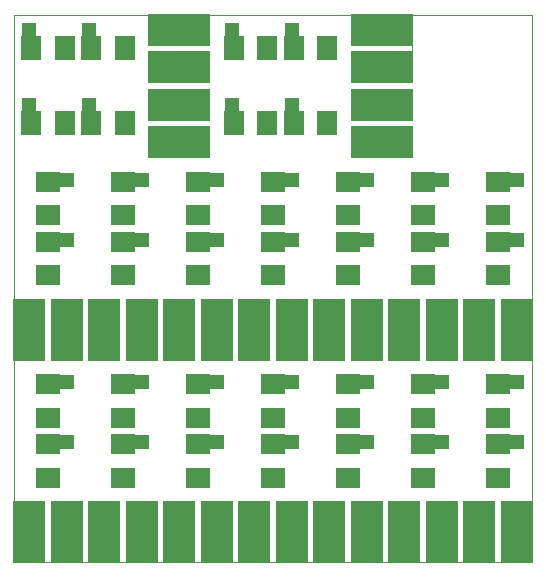
<source format=gbs>
G75*
%MOIN*%
%OFA0B0*%
%FSLAX25Y25*%
%IPPOS*%
%LPD*%
%AMOC8*
5,1,8,0,0,1.08239X$1,22.5*
%
%ADD10C,0.00000*%
%ADD11R,0.07898X0.07099*%
%ADD12R,0.10800X0.20800*%
%ADD13R,0.07099X0.07898*%
%ADD14R,0.20800X0.10800*%
%ADD15R,0.04762X0.04762*%
D10*
X0001400Y0001400D02*
X0173900Y0001400D01*
X0173900Y0180150D01*
X0173900Y0183275D01*
X0173900Y0183900D01*
X0066400Y0183900D01*
X0002025Y0183900D01*
X0001439Y0183900D01*
X0001400Y0183900D02*
X0001400Y0001400D01*
X0026400Y0001400D02*
X0048900Y0001400D01*
X0051400Y0001400D02*
X0073900Y0001400D01*
X0076400Y0001400D02*
X0098900Y0001400D01*
X0101400Y0001400D02*
X0123900Y0001400D01*
X0126400Y0001400D02*
X0148900Y0001400D01*
X0001400Y0136400D02*
X0001400Y0158900D01*
X0068939Y0183900D02*
X0133900Y0183900D01*
X0133900Y0161400D01*
D11*
X0137650Y0128248D03*
X0137650Y0117052D03*
X0137650Y0108248D03*
X0137650Y0097052D03*
X0112650Y0097052D03*
X0112650Y0108248D03*
X0112650Y0117052D03*
X0112650Y0128248D03*
X0087650Y0128248D03*
X0087650Y0117052D03*
X0087650Y0108248D03*
X0087650Y0097052D03*
X0062650Y0097052D03*
X0062650Y0108248D03*
X0062650Y0117052D03*
X0062650Y0128248D03*
X0037650Y0128248D03*
X0037650Y0117052D03*
X0037650Y0108248D03*
X0037650Y0097052D03*
X0012650Y0097052D03*
X0012650Y0108248D03*
X0012650Y0117052D03*
X0012650Y0128248D03*
X0012650Y0060748D03*
X0012650Y0049552D03*
X0012650Y0040748D03*
X0012650Y0029552D03*
X0037650Y0029552D03*
X0037650Y0040748D03*
X0037650Y0049552D03*
X0037650Y0060748D03*
X0062650Y0060748D03*
X0062650Y0049552D03*
X0062650Y0040748D03*
X0062650Y0029552D03*
X0087650Y0029552D03*
X0087650Y0040748D03*
X0087650Y0049552D03*
X0087650Y0060748D03*
X0112650Y0060748D03*
X0112650Y0049552D03*
X0112650Y0040748D03*
X0112650Y0029552D03*
X0137650Y0029552D03*
X0137650Y0040748D03*
X0137650Y0049552D03*
X0137650Y0060748D03*
X0162650Y0060748D03*
X0162650Y0049552D03*
X0162650Y0040748D03*
X0162650Y0029552D03*
X0162650Y0097052D03*
X0162650Y0108248D03*
X0162650Y0117052D03*
X0162650Y0128248D03*
D12*
X0156400Y0078900D03*
X0143900Y0078900D03*
X0131400Y0078900D03*
X0118900Y0078900D03*
X0106400Y0078900D03*
X0093900Y0078900D03*
X0081400Y0078900D03*
X0068900Y0078900D03*
X0056400Y0078900D03*
X0043900Y0078900D03*
X0031400Y0078900D03*
X0018900Y0078900D03*
X0006400Y0078900D03*
X0006400Y0011400D03*
X0018900Y0011400D03*
X0031400Y0011400D03*
X0043900Y0011400D03*
X0056400Y0011400D03*
X0068900Y0011400D03*
X0081400Y0011400D03*
X0093900Y0011400D03*
X0106400Y0011400D03*
X0118900Y0011400D03*
X0131400Y0011400D03*
X0143900Y0011400D03*
X0156400Y0011400D03*
X0168900Y0011400D03*
X0168900Y0078900D03*
D13*
X0105748Y0147650D03*
X0094552Y0147650D03*
X0085748Y0147650D03*
X0074552Y0147650D03*
X0074552Y0172650D03*
X0085748Y0172650D03*
X0094552Y0172650D03*
X0105748Y0172650D03*
X0038248Y0172650D03*
X0027052Y0172650D03*
X0018248Y0172650D03*
X0007052Y0172650D03*
X0007052Y0147650D03*
X0018248Y0147650D03*
X0027052Y0147650D03*
X0038248Y0147650D03*
D14*
X0056400Y0141400D03*
X0056400Y0153900D03*
X0056400Y0166400D03*
X0056400Y0178900D03*
X0123900Y0178900D03*
X0123900Y0166400D03*
X0123900Y0153900D03*
X0123900Y0141400D03*
D15*
X0118900Y0128900D03*
X0118900Y0108900D03*
X0093900Y0108900D03*
X0093900Y0128900D03*
X0093900Y0153900D03*
X0073900Y0153900D03*
X0073900Y0178900D03*
X0093900Y0178900D03*
X0068900Y0128900D03*
X0068900Y0108900D03*
X0043900Y0108900D03*
X0043900Y0128900D03*
X0026400Y0153900D03*
X0006400Y0153900D03*
X0006400Y0178900D03*
X0026400Y0178900D03*
X0018900Y0128900D03*
X0018900Y0108900D03*
X0018900Y0061400D03*
X0018900Y0041400D03*
X0043900Y0041400D03*
X0043900Y0061400D03*
X0068900Y0061400D03*
X0068900Y0041400D03*
X0093900Y0041400D03*
X0093900Y0061400D03*
X0118900Y0061400D03*
X0118900Y0041400D03*
X0143900Y0041400D03*
X0143900Y0061400D03*
X0168900Y0061400D03*
X0168900Y0041400D03*
X0168900Y0108900D03*
X0168900Y0128900D03*
X0143900Y0128900D03*
X0143900Y0108900D03*
M02*

</source>
